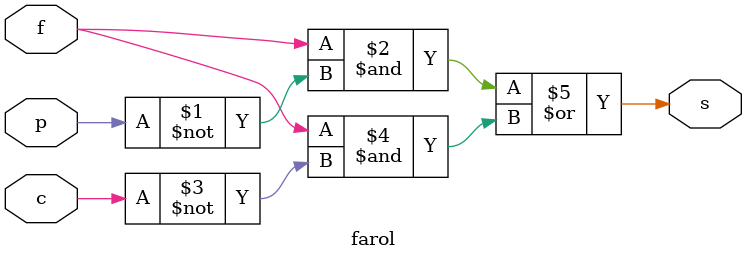
<source format=v>
module farol(f,p,c,s);

	input f,p,c;
	output s;
	
	assign s = f&~p | f&~c;
	
endmodule
</source>
